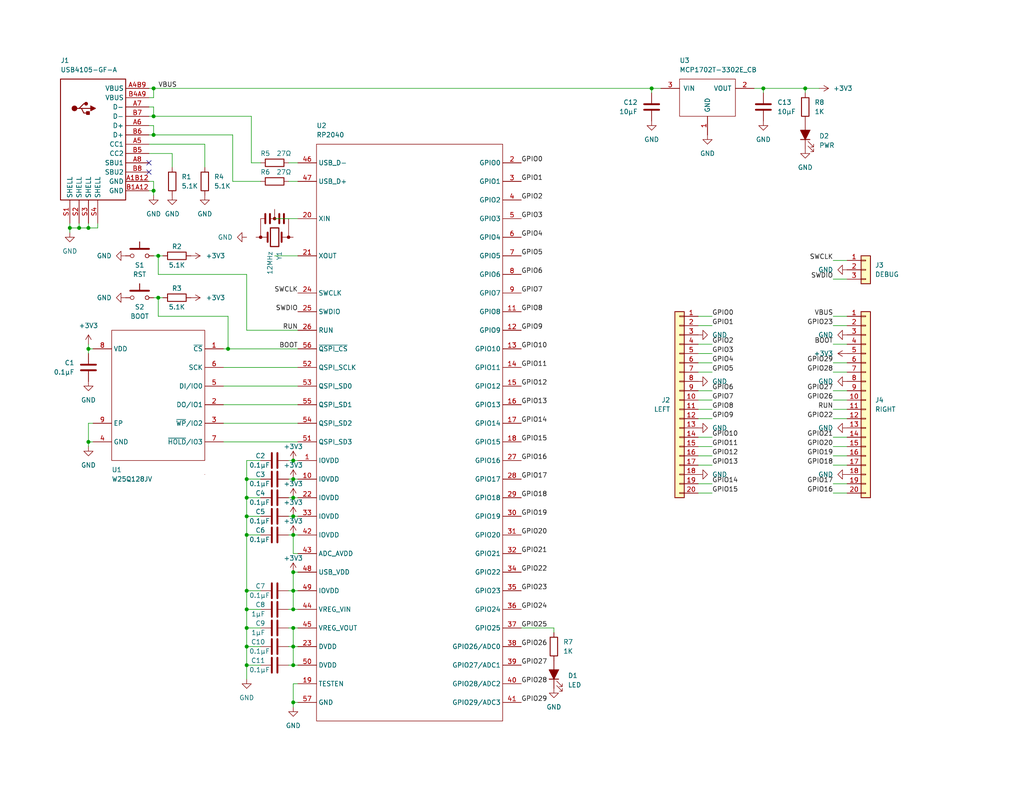
<source format=kicad_sch>
(kicad_sch (version 20211123) (generator eeschema)
  (paper "USLetter")
  (title_block (title "ENGR3430 Miniproject 3") (date "2022-09-22") (company "Olin College of Engineering"))
  (lib_symbols
    (symbol "Connector_Generic:Conn_01x03" (pin_names (offset 1.016) hide)
      (property "Reference" "J" (at 0 5.08 0))
      (property "Value" "Conn_01x03" (at 0 -5.08 0))
      (symbol "Conn_01x03_1_1"
        (rectangle (start -1.27 -2.413) (end 0 -2.667) (stroke (width 0.1524)))
        (rectangle (start -1.27 0.127) (end 0 -0.127) (stroke (width 0.1524)))
        (rectangle (start -1.27 2.667) (end 0 2.413) (stroke (width 0.1524)))
        (rectangle (start -1.27 3.81) (end 1.27 -3.81) (stroke (width 0.254)) (fill (type background)))
        (pin passive line (at -5.08 2.54 0) (length 3.81) (name "Pin_1") (number "1"))
        (pin passive line (at -5.08 0 0) (length 3.81) (name "Pin_2") (number "2"))
        (pin passive line (at -5.08 -2.54 0) (length 3.81) (name "Pin_3") (number "3"))
      )
    )
    (symbol "Connector_Generic:Conn_01x20" (pin_names (offset 1.016) hide)
      (property "Reference" "J" (at 0 25.4 0))
      (property "Value" "Conn_01x20" (at 0 -27.94 0))
      (symbol "Conn_01x20_1_1"
        (rectangle (start -1.27 -25.273) (end 0 -25.527) (stroke (width 0.1524)))
        (rectangle (start -1.27 -22.733) (end 0 -22.987) (stroke (width 0.1524)))
        (rectangle (start -1.27 -20.193) (end 0 -20.447) (stroke (width 0.1524)))
        (rectangle (start -1.27 -17.653) (end 0 -17.907) (stroke (width 0.1524)))
        (rectangle (start -1.27 -15.113) (end 0 -15.367) (stroke (width 0.1524)))
        (rectangle (start -1.27 -12.573) (end 0 -12.827) (stroke (width 0.1524)))
        (rectangle (start -1.27 -10.033) (end 0 -10.287) (stroke (width 0.1524)))
        (rectangle (start -1.27 -7.493) (end 0 -7.747) (stroke (width 0.1524)))
        (rectangle (start -1.27 -4.953) (end 0 -5.207) (stroke (width 0.1524)))
        (rectangle (start -1.27 -2.413) (end 0 -2.667) (stroke (width 0.1524)))
        (rectangle (start -1.27 0.127) (end 0 -0.127) (stroke (width 0.1524)))
        (rectangle (start -1.27 2.667) (end 0 2.413) (stroke (width 0.1524)))
        (rectangle (start -1.27 5.207) (end 0 4.953) (stroke (width 0.1524)))
        (rectangle (start -1.27 7.747) (end 0 7.493) (stroke (width 0.1524)))
        (rectangle (start -1.27 10.287) (end 0 10.033) (stroke (width 0.1524)))
        (rectangle (start -1.27 12.827) (end 0 12.573) (stroke (width 0.1524)))
        (rectangle (start -1.27 15.367) (end 0 15.113) (stroke (width 0.1524)))
        (rectangle (start -1.27 17.907) (end 0 17.653) (stroke (width 0.1524)))
        (rectangle (start -1.27 20.447) (end 0 20.193) (stroke (width 0.1524)))
        (rectangle (start -1.27 22.987) (end 0 22.733) (stroke (width 0.1524)))
        (rectangle (start -1.27 24.13) (end 1.27 -26.67) (stroke (width 0.254)) (fill (type background)))
        (pin passive line (at -5.08 22.86 0) (length 3.81) (name "Pin_1") (number "1"))
        (pin passive line (at -5.08 0 0) (length 3.81) (name "Pin_10") (number "10"))
        (pin passive line (at -5.08 -2.54 0) (length 3.81) (name "Pin_11") (number "11"))
        (pin passive line (at -5.08 -5.08 0) (length 3.81) (name "Pin_12") (number "12"))
        (pin passive line (at -5.08 -7.62 0) (length 3.81) (name "Pin_13") (number "13"))
        (pin passive line (at -5.08 -10.16 0) (length 3.81) (name "Pin_14") (number "14"))
        (pin passive line (at -5.08 -12.7 0) (length 3.81) (name "Pin_15") (number "15"))
        (pin passive line (at -5.08 -15.24 0) (length 3.81) (name "Pin_16") (number "16"))
        (pin passive line (at -5.08 -17.78 0) (length 3.81) (name "Pin_17") (number "17"))
        (pin passive line (at -5.08 -20.32 0) (length 3.81) (name "Pin_18") (number "18"))
        (pin passive line (at -5.08 -22.86 0) (length 3.81) (name "Pin_19") (number "19"))
        (pin passive line (at -5.08 20.32 0) (length 3.81) (name "Pin_2") (number "2"))
        (pin passive line (at -5.08 -25.4 0) (length 3.81) (name "Pin_20") (number "20"))
        (pin passive line (at -5.08 17.78 0) (length 3.81) (name "Pin_3") (number "3"))
        (pin passive line (at -5.08 15.24 0) (length 3.81) (name "Pin_4") (number "4"))
        (pin passive line (at -5.08 12.7 0) (length 3.81) (name "Pin_5") (number "5"))
        (pin passive line (at -5.08 10.16 0) (length 3.81) (name "Pin_6") (number "6"))
        (pin passive line (at -5.08 7.62 0) (length 3.81) (name "Pin_7") (number "7"))
        (pin passive line (at -5.08 5.08 0) (length 3.81) (name "Pin_8") (number "8"))
        (pin passive line (at -5.08 2.54 0) (length 3.81) (name "Pin_9") (number "9"))
      )
    )
    (symbol "Device:C" (pin_numbers hide) (pin_names (offset 0.254))
      (property "Reference" "C" (at 0.635 2.54 0))
      (property "Value" "C" (at 0.635 -2.54 0))
      (symbol "C_0_1"
        (polyline (pts (xy -2.032 -0.762) (xy 2.032 -0.762)) (stroke (width 0.508)))
        (polyline (pts (xy -2.032 0.762) (xy 2.032 0.762)) (stroke (width 0.508)))
      )
      (symbol "C_1_1"
        (pin passive line (at 0 3.81 270) (length 2.794) (name "~") (number "1"))
        (pin passive line (at 0 -3.81 90) (length 2.794) (name "~") (number "2"))
      )
    )
    (symbol "Device:LED_Filled" (pin_numbers hide) (pin_names (offset 1.016) hide)
      (property "Reference" "D" (at 0 2.54 0))
      (property "Value" "LED_Filled" (at 0 -2.54 0))
      (symbol "LED_Filled_0_1"
        (polyline (pts (xy -1.27 -1.27) (xy -1.27 1.27)) (stroke (width 0.254)))
        (polyline (pts (xy -1.27 0) (xy 1.27 0)))
        (polyline (pts (xy 1.27 -1.27) (xy 1.27 1.27) (xy -1.27 0) (xy 1.27 -1.27)) (stroke (width 0.254)) (fill (type outline)))
        (polyline (pts (xy -3.048 -0.762) (xy -4.572 -2.286) (xy -3.81 -2.286) (xy -4.572 -2.286) (xy -4.572 -1.524)))
        (polyline (pts (xy -1.778 -0.762) (xy -3.302 -2.286) (xy -2.54 -2.286) (xy -3.302 -2.286) (xy -3.302 -1.524)))
      )
      (symbol "LED_Filled_1_1"
        (pin passive line (at -3.81 0 0) (length 2.54) (name "K") (number "1"))
        (pin passive line (at 3.81 0 180) (length 2.54) (name "A") (number "2"))
      )
    )
    (symbol "Device:R" (pin_numbers hide) (pin_names (offset 0))
      (property "Reference" "R" (at 2.032 0 90))
      (property "Value" "R" (at 0 0 90))
      (symbol "R_0_1"
        (rectangle (start -1.016 -2.54) (end 1.016 2.54) (stroke (width 0.254)))
      )
      (symbol "R_1_1"
        (pin passive line (at 0 3.81 270) (length 1.27) (name "~") (number "1"))
        (pin passive line (at 0 -3.81 90) (length 1.27) (name "~") (number "2"))
      )
    )
    (symbol "Eclectronics:Crystal" (pin_numbers hide) (pin_names (offset 1.016) hide)
      (property "Reference" "Y" (at 0 7.62 0))
      (property "Value" "Crystal" (at 0 5.08 0))
      (symbol "Crystal_0_1"
        (circle (center -3.81 0) (radius 0.2794) (stroke (width 0.381)))
        (circle (center -3.81 0.127) (radius 0.0001))
        (rectangle (start -1.143 2.54) (end 1.143 -2.54) (stroke (width 0.3048)))
        (circle (center 0 -5.08) (radius 0.2794) (stroke (width 0.381)))
        (polyline (pts (xy -3.81 0) (xy -1.905 0)))
        (polyline (pts (xy -2.54 -3.81) (xy -2.54 -6.35)) (stroke (width 0.508)))
        (polyline (pts (xy -1.905 -1.27) (xy -1.905 1.27)) (stroke (width 0.508)))
        (polyline (pts (xy -1.27 -5.08) (xy 1.27 -5.08)))
        (polyline (pts (xy -1.27 -3.81) (xy -1.27 -6.35)) (stroke (width 0.508)))
        (polyline (pts (xy 0 -6.35) (xy 0 -5.08)))
        (polyline (pts (xy 1.27 -3.81) (xy 1.27 -6.35)) (stroke (width 0.508)))
        (polyline (pts (xy 1.905 -1.27) (xy 1.905 1.27)) (stroke (width 0.508)))
        (polyline (pts (xy 2.54 -3.81) (xy 2.54 -6.35)) (stroke (width 0.508)))
        (polyline (pts (xy 3.81 0) (xy 1.905 0)))
        (polyline (pts (xy -3.81 0) (xy -3.81 -5.08) (xy -2.54 -5.08)))
        (polyline (pts (xy 2.54 -5.08) (xy 3.81 -5.08) (xy 3.81 0)))
        (circle (center 3.81 0) (radius 0.2794) (stroke (width 0.381)))
      )
      (symbol "Crystal_1_1"
        (pin passive line (at -5.08 0 0) (length 1.27) (name "1") (number "1"))
        (pin passive line (at 0 -7.62 90) (length 1.27) (name "2") (number "2"))
        (pin passive line (at 5.08 0 180) (length 1.27) (name "3") (number "3"))
      )
    )
    (symbol "Eclectronics:MCP1702T-3302E_CB" (pin_names (offset 1.016))
      (property "Reference" "U" (at 0 8.89 0))
      (property "Value" "MCP1702T-3302E_CB" (at 0 6.35 0))
      (symbol "MCP1702T-3302E_CB_0_1"
        (rectangle (start 7.62 5.08) (end -7.62 -5.08))
      )
      (symbol "MCP1702T-3302E_CB_1_1"
        (pin input line (at 0 -10.16 90) (length 5.08) (name "GND") (number "1"))
        (pin input line (at 12.7 2.54 180) (length 5.08) (name "VOUT") (number "2"))
        (pin input line (at -12.7 2.54 0) (length 5.08) (name "VIN") (number "3"))
      )
    )
    (symbol "Eclectronics:RP2040"
      (property "Reference" "U" (at -25.4 82.55 0))
      (property "Value" "RP2040" (at -25.4 80.01 0))
      (symbol "RP2040_0_1"
        (rectangle (start -25.4 78.74) (end 25.4 -78.74))
        (rectangle (start 22.86 73.66) (end 22.86 73.66))
        (rectangle (start 22.86 73.66) (end 22.86 73.66))
      )
      (symbol "RP2040_1_1"
        (pin power_in line (at -30.48 -7.62 0) (length 5.08) (name "IOVDD") (number "1"))
        (pin power_in line (at -30.48 -12.7 0) (length 5.08) (name "IOVDD") (number "10"))
        (pin bidirectional line (at 30.48 33.02 180) (length 5.08) (name "GPIO8") (number "11"))
        (pin bidirectional line (at 30.48 27.94 180) (length 5.08) (name "GPIO9") (number "12"))
        (pin bidirectional line (at 30.48 22.86 180) (length 5.08) (name "GPIO10") (number "13"))
        (pin bidirectional line (at 30.48 17.78 180) (length 5.08) (name "GPIO11") (number "14"))
        (pin bidirectional line (at 30.48 12.7 180) (length 5.08) (name "GPIO12") (number "15"))
        (pin bidirectional line (at 30.48 7.62 180) (length 5.08) (name "GPIO13") (number "16"))
        (pin bidirectional line (at 30.48 2.54 180) (length 5.08) (name "GPIO14") (number "17"))
        (pin bidirectional line (at 30.48 -2.54 180) (length 5.08) (name "GPIO15") (number "18"))
        (pin input line (at -30.48 -68.58 0) (length 5.08) (name "TESTEN") (number "19"))
        (pin bidirectional line (at 30.48 73.66 180) (length 5.08) (name "GPIO0") (number "2"))
        (pin bidirectional line (at -30.48 58.42 0) (length 5.08) (name "XIN") (number "20"))
        (pin bidirectional line (at -30.48 48.26 0) (length 5.08) (name "XOUT") (number "21"))
        (pin power_in line (at -30.48 -17.78 0) (length 5.08) (name "IOVDD") (number "22"))
        (pin power_in line (at -30.48 -58.42 0) (length 5.08) (name "DVDD") (number "23"))
        (pin bidirectional line (at -30.48 38.1 0) (length 5.08) (name "SWCLK") (number "24"))
        (pin bidirectional line (at -30.48 33.02 0) (length 5.08) (name "SWDIO") (number "25"))
        (pin bidirectional line (at -30.48 27.94 0) (length 5.08) (name "RUN") (number "26"))
        (pin bidirectional line (at 30.48 -7.62 180) (length 5.08) (name "GPIO16") (number "27"))
        (pin bidirectional line (at 30.48 -12.7 180) (length 5.08) (name "GPIO17") (number "28"))
        (pin bidirectional line (at 30.48 -17.78 180) (length 5.08) (name "GPIO18") (number "29"))
        (pin bidirectional line (at 30.48 68.58 180) (length 5.08) (name "GPIO1") (number "3"))
        (pin bidirectional line (at 30.48 -22.86 180) (length 5.08) (name "GPIO19") (number "30"))
        (pin bidirectional line (at 30.48 -27.94 180) (length 5.08) (name "GPIO20") (number "31"))
        (pin bidirectional line (at 30.48 -33.02 180) (length 5.08) (name "GPIO21") (number "32"))
        (pin power_in line (at -30.48 -22.86 0) (length 5.08) (name "IOVDD") (number "33"))
        (pin bidirectional line (at 30.48 -38.1 180) (length 5.08) (name "GPIO22") (number "34"))
        (pin bidirectional line (at 30.48 -43.18 180) (length 5.08) (name "GPIO23") (number "35"))
        (pin bidirectional line (at 30.48 -48.26 180) (length 5.08) (name "GPIO24") (number "36"))
        (pin bidirectional line (at 30.48 -53.34 180) (length 5.08) (name "GPIO25") (number "37"))
        (pin bidirectional line (at 30.48 -58.42 180) (length 5.08) (name "GPIO26/ADC0") (number "38"))
        (pin bidirectional line (at 30.48 -63.5 180) (length 5.08) (name "GPIO27/ADC1") (number "39"))
        (pin bidirectional line (at 30.48 63.5 180) (length 5.08) (name "GPIO2") (number "4"))
        (pin bidirectional line (at 30.48 -68.58 180) (length 5.08) (name "GPIO28/ADC2") (number "40"))
        (pin bidirectional line (at 30.48 -73.66 180) (length 5.08) (name "GPIO29/ADC3") (number "41"))
        (pin power_in line (at -30.48 -27.94 0) (length 5.08) (name "IOVDD") (number "42"))
        (pin power_in line (at -30.48 -33.02 0) (length 5.08) (name "ADC_AVDD") (number "43"))
        (pin power_in line (at -30.48 -48.26 0) (length 5.08) (name "VREG_VIN") (number "44"))
        (pin power_out line (at -30.48 -53.34 0) (length 5.08) (name "VREG_VOUT") (number "45"))
        (pin bidirectional line (at -30.48 73.66 0) (length 5.08) (name "USB_D-") (number "46"))
        (pin bidirectional line (at -30.48 68.58 0) (length 5.08) (name "USB_D+") (number "47"))
        (pin power_in line (at -30.48 -38.1 0) (length 5.08) (name "USB_VDD") (number "48"))
        (pin power_in line (at -30.48 -43.18 0) (length 5.08) (name "IOVDD") (number "49"))
        (pin bidirectional line (at 30.48 58.42 180) (length 5.08) (name "GPIO3") (number "5"))
        (pin power_in line (at -30.48 -63.5 0) (length 5.08) (name "DVDD") (number "50"))
        (pin bidirectional line (at -30.48 -2.54 0) (length 5.08) (name "QSPI_SD3") (number "51"))
        (pin bidirectional line (at -30.48 17.78 0) (length 5.08) (name "QSPI_SCLK") (number "52"))
        (pin bidirectional line (at -30.48 12.7 0) (length 5.08) (name "QSPI_SD0") (number "53"))
        (pin bidirectional line (at -30.48 2.54 0) (length 5.08) (name "QSPI_SD2") (number "54"))
        (pin bidirectional line (at -30.48 7.62 0) (length 5.08) (name "QSPI_SD1") (number "55"))
        (pin bidirectional line (at -30.48 22.86 0) (length 5.08) (name "~{QSPI_CS}") (number "56"))
        (pin power_in line (at -30.48 -73.66 0) (length 5.08) (name "GND") (number "57"))
        (pin bidirectional line (at 30.48 53.34 180) (length 5.08) (name "GPIO4") (number "6"))
        (pin bidirectional line (at 30.48 48.26 180) (length 5.08) (name "GPIO5") (number "7"))
        (pin bidirectional line (at 30.48 43.18 180) (length 5.08) (name "GPIO6") (number "8"))
        (pin bidirectional line (at 30.48 38.1 180) (length 5.08) (name "GPIO7") (number "9"))
      )
    )
    (symbol "Eclectronics:SW" (pin_numbers hide) (pin_names (offset 1.016) hide)
      (property "Reference" "S" (at 1.27 2.54 0))
      (property "Value" "SW" (at 1.27 -2.54 0))
      (symbol "SW_0_1"
        (circle (center 0 -2.032) (radius 0.508))
        (polyline (pts (xy -1.905 -2.54) (xy -1.905 2.54)) (stroke (width 0.508)))
        (polyline (pts (xy -1.905 0) (xy -3.81 0)) (stroke (width 0.254)))
        (circle (center 0 2.032) (radius 0.508))
        (circle (center 0 2.032) (radius 0.508))
      )
      (symbol "SW_1_1"
        (pin input line (at 0 -3.81 90) (length 1.27) (name "1") (number "1"))
        (pin input line (at 0 3.81 270) (length 1.27) (name "2") (number "2"))
      )
    )
    (symbol "Eclectronics:USB4105-GF-A"
      (property "Reference" "J" (at -8.89 20.32 0))
      (property "Value" "USB4105-GF-A" (at -8.89 17.78 0))
      (symbol "USB4105-GF-A_0_1"
        (rectangle (start -8.89 16.51) (end 8.89 -16.51) (stroke (width 0.254)))
        (circle (center -5.08 8.509) (radius 0.635) (stroke (width 0.254)) (fill (type outline)))
        (circle (center -1.905 9.779) (radius 0.381) (stroke (width 0.254)) (fill (type outline)))
        (rectangle (start -1.016 7.62) (end -1.778 6.858) (stroke (width 0.254)) (fill (type outline)))
        (polyline (pts (xy -3.175 8.509) (xy -0.635 8.509)) (stroke (width 0.254)))
        (polyline (pts (xy -4.445 8.509) (xy -3.81 8.509) (xy -2.54 9.779) (xy -1.905 9.779)) (stroke (width 0.254)))
        (polyline (pts (xy -3.81 8.509) (xy -3.175 8.509) (xy -2.54 7.239) (xy -1.27 7.239)) (stroke (width 0.254)))
        (polyline (pts (xy -0.635 9.144) (xy -0.635 7.874) (xy 0.635 8.509) (xy -0.635 9.144)) (stroke (width 0.254)) (fill (type outline)))
      )
      (symbol "USB4105-GF-A_1_1"
        (pin power_in line (at 15.24 -11.43 180) (length 6.35) (name "GND") (number "A1B12"))
        (pin power_in line (at 15.24 13.97 180) (length 6.35) (name "VBUS") (number "A4B9"))
        (pin bidirectional line (at 15.24 -1.27 180) (length 6.35) (name "CC1") (number "A5"))
        (pin bidirectional line (at 15.24 3.81 180) (length 6.35) (name "D+") (number "A6"))
        (pin bidirectional line (at 15.24 8.89 180) (length 6.35) (name "D-") (number "A7"))
        (pin bidirectional line (at 15.24 -6.35 180) (length 6.35) (name "SBU1") (number "A8"))
        (pin power_in line (at 15.24 -13.97 180) (length 6.35) (name "GND") (number "B1A12"))
        (pin power_in line (at 15.24 11.43 180) (length 6.35) (name "VBUS") (number "B4A9"))
        (pin bidirectional line (at 15.24 -3.81 180) (length 6.35) (name "CC2") (number "B5"))
        (pin bidirectional line (at 15.24 1.27 180) (length 6.35) (name "D+") (number "B6"))
        (pin bidirectional line (at 15.24 6.35 180) (length 6.35) (name "D-") (number "B7"))
        (pin bidirectional line (at 15.24 -8.89 180) (length 6.35) (name "SBU2") (number "B8"))
        (pin power_in line (at -6.35 -22.86 90) (length 6.35) (name "SHELL") (number "S1"))
        (pin power_in line (at -3.81 -22.86 90) (length 6.35) (name "SHELL") (number "S2"))
        (pin power_in line (at -1.27 -22.86 90) (length 6.35) (name "SHELL") (number "S3"))
        (pin power_in line (at 1.27 -22.86 90) (length 6.35) (name "SHELL") (number "S4"))
      )
    )
    (symbol "Eclectronics:W25Q128JV"
      (property "Reference" "U" (at -12.7 21.59 0))
      (property "Value" "W25Q128JV" (at -12.7 19.05 0))
      (symbol "W25Q128JV_0_1"
        (rectangle (start -12.7 17.78) (end 12.7 -17.78))
        (rectangle (start 12.7 -21.59) (end 12.7 -21.59))
      )
      (symbol "W25Q128JV_1_1"
        (pin input line (at 17.78 12.7 180) (length 5.08) (name "~{CS}") (number "1"))
        (pin bidirectional line (at 17.78 -2.54 180) (length 5.08) (name "DO/IO1") (number "2"))
        (pin bidirectional line (at 17.78 -7.62 180) (length 5.08) (name "~{WP}/IO2") (number "3"))
        (pin power_in line (at -17.78 -12.7 0) (length 5.08) (name "GND") (number "4"))
        (pin bidirectional line (at 17.78 2.54 180) (length 5.08) (name "DI/IO0") (number "5"))
        (pin input line (at 17.78 7.62 180) (length 5.08) (name "SCK") (number "6"))
        (pin bidirectional line (at 17.78 -12.7 180) (length 5.08) (name "~{HOLD}/IO3") (number "7"))
        (pin power_in line (at -17.78 12.7 0) (length 5.08) (name "VDD") (number "8"))
        (pin power_in line (at -17.78 -7.62 0) (length 5.08) (name "EP") (number "9"))
      )
    )
    (symbol "power:+3V3" (power) (pin_names (offset 0))
      (property "Value" "+3V3" (at 0 3.556 0))
      (symbol "+3V3_0_1"
        (polyline (pts (xy -0.762 1.27) (xy 0 2.54)))
        (polyline (pts (xy 0 0) (xy 0 2.54)))
        (polyline (pts (xy 0 2.54) (xy 0.762 1.27)))
      )
      (symbol "+3V3_1_1"
        (pin power_in line (at 0 0 90) (length 0) hide (name "+3V3") (number "1"))
      )
    )
    (symbol "power:GND" (power) (pin_names (offset 0))
      (property "Value" "GND" (at 0 -3.81 0))
      (symbol "GND_0_1"
        (polyline (pts (xy 0 0) (xy 0 -1.27) (xy 1.27 -1.27) (xy 0 -2.54) (xy -1.27 -1.27) (xy 0 -1.27)))
      )
      (symbol "GND_1_1"
        (pin power_in line (at 0 0 270) (length 0) hide (name "GND") (number "1"))
      )
    )
  )
  (junction (at 67.31 130.81))
  (junction (at 67.31 146.05))
  (junction (at 80.01 125.73))
  (junction (at 67.31 171.45))
  (junction (at 80.01 156.21))
  (junction (at 41.91 36.83))
  (junction (at 19.05 62.23))
  (junction (at 80.01 176.53))
  (junction (at 41.91 52.07))
  (junction (at 219.71 24.13))
  (junction (at 67.31 161.29))
  (junction (at 80.01 166.37))
  (junction (at 80.01 135.89))
  (junction (at 80.01 140.97))
  (junction (at 67.31 140.97))
  (junction (at 80.01 191.77))
  (junction (at 80.01 171.45))
  (junction (at 208.28 24.13))
  (junction (at 21.59 62.23))
  (junction (at 80.01 181.61))
  (junction (at 67.31 176.53))
  (junction (at 80.01 161.29))
  (junction (at 43.18 69.85))
  (junction (at 80.01 146.05))
  (junction (at 24.13 120.65))
  (junction (at 41.91 24.13))
  (junction (at 43.18 81.28))
  (junction (at 62.23 95.25))
  (junction (at 177.8 24.13))
  (junction (at 24.13 95.25))
  (junction (at 67.31 181.61))
  (junction (at 24.13 62.23))
  (junction (at 41.91 31.75))
  (junction (at 67.31 166.37))
  (junction (at 80.01 130.81))
  (junction (at 67.31 135.89))
  (no_connect (at 40.64 46.99))
  (no_connect (at 40.64 44.45))
  (wire (pts (xy 78.74 146.05) (xy 80.01 146.05)))
  (wire (pts (xy 67.31 130.81) (xy 71.12 130.81)))
  (wire (pts (xy 78.74 140.97) (xy 80.01 140.97)))
  (wire (pts (xy 194.31 127) (xy 190.5 127)))
  (wire (pts (xy 67.31 146.05) (xy 67.31 140.97)))
  (wire (pts (xy 227.33 127) (xy 231.14 127)))
  (wire (pts (xy 40.64 36.83) (xy 41.91 36.83)))
  (wire (pts (xy 68.58 31.75) (xy 68.58 44.45)))
  (wire (pts (xy 41.91 36.83) (xy 63.5 36.83)))
  (wire (pts (xy 80.01 166.37) (xy 81.28 166.37)))
  (wire (pts (xy 68.58 44.45) (xy 71.12 44.45)))
  (wire (pts (xy 227.33 119.38) (xy 231.14 119.38)))
  (wire (pts (xy 177.8 24.13) (xy 180.34 24.13)))
  (wire (pts (xy 62.23 86.36) (xy 62.23 95.25)))
  (wire (pts (xy 24.13 62.23) (xy 26.67 62.23)))
  (wire (pts (xy 67.31 166.37) (xy 67.31 161.29)))
  (wire (pts (xy 67.31 161.29) (xy 71.12 161.29)))
  (wire (pts (xy 19.05 60.96) (xy 19.05 62.23)))
  (wire (pts (xy 43.18 86.36) (xy 62.23 86.36)))
  (wire (pts (xy 194.31 86.36) (xy 190.5 86.36)))
  (wire (pts (xy 227.33 124.46) (xy 231.14 124.46)))
  (wire (pts (xy 41.91 49.53) (xy 41.91 52.07)))
  (wire (pts (xy 80.01 146.05) (xy 81.28 146.05)))
  (wire (pts (xy 208.28 24.13) (xy 219.71 24.13)))
  (wire (pts (xy 41.91 36.83) (xy 41.91 34.29)))
  (wire (pts (xy 227.33 106.68) (xy 231.14 106.68)))
  (wire (pts (xy 80.01 171.45) (xy 80.01 176.53)))
  (wire (pts (xy 40.64 29.21) (xy 41.91 29.21)))
  (wire (pts (xy 190.5 93.98) (xy 194.31 93.98)))
  (wire (pts (xy 67.31 130.81) (xy 67.31 125.73)))
  (wire (pts (xy 41.91 24.13) (xy 177.8 24.13)))
  (wire (pts (xy 67.31 135.89) (xy 67.31 130.81)))
  (wire (pts (xy 78.74 44.45) (xy 81.28 44.45)))
  (wire (pts (xy 80.01 161.29) (xy 81.28 161.29)))
  (wire (pts (xy 194.31 109.22) (xy 190.5 109.22)))
  (wire (pts (xy 55.88 39.37) (xy 55.88 45.72)))
  (wire (pts (xy 80.01 151.13) (xy 81.28 151.13)))
  (wire (pts (xy 177.8 25.4) (xy 177.8 24.13)))
  (wire (pts (xy 78.74 161.29) (xy 80.01 161.29)))
  (wire (pts (xy 78.74 171.45) (xy 80.01 171.45)))
  (wire (pts (xy 67.31 140.97) (xy 67.31 135.89)))
  (wire (pts (xy 67.31 146.05) (xy 71.12 146.05)))
  (wire (pts (xy 227.33 71.12) (xy 231.14 71.12)))
  (wire (pts (xy 60.96 95.25) (xy 62.23 95.25)))
  (wire (pts (xy 41.91 52.07) (xy 41.91 53.34)))
  (wire (pts (xy 190.5 99.06) (xy 194.31 99.06)))
  (wire (pts (xy 67.31 90.17) (xy 81.28 90.17)))
  (wire (pts (xy 80.01 176.53) (xy 80.01 181.61)))
  (wire (pts (xy 81.28 125.73) (xy 80.01 125.73)))
  (wire (pts (xy 46.99 41.91) (xy 46.99 45.72)))
  (wire (pts (xy 24.13 96.52) (xy 24.13 95.25)))
  (wire (pts (xy 24.13 115.57) (xy 24.13 120.65)))
  (wire (pts (xy 78.74 166.37) (xy 80.01 166.37)))
  (wire (pts (xy 43.18 81.28) (xy 44.45 81.28)))
  (wire (pts (xy 63.5 49.53) (xy 71.12 49.53)))
  (wire (pts (xy 194.31 132.08) (xy 190.5 132.08)))
  (wire (pts (xy 227.33 111.76) (xy 231.14 111.76)))
  (wire (pts (xy 227.33 88.9) (xy 231.14 88.9)))
  (wire (pts (xy 80.01 156.21) (xy 80.01 161.29)))
  (wire (pts (xy 81.28 171.45) (xy 80.01 171.45)))
  (wire (pts (xy 78.74 176.53) (xy 80.01 176.53)))
  (wire (pts (xy 40.64 39.37) (xy 55.88 39.37)))
  (wire (pts (xy 205.74 24.13) (xy 208.28 24.13)))
  (wire (pts (xy 41.91 81.28) (xy 43.18 81.28)))
  (wire (pts (xy 190.5 101.6) (xy 194.31 101.6)))
  (wire (pts (xy 227.33 76.2) (xy 231.14 76.2)))
  (wire (pts (xy 24.13 93.98) (xy 24.13 95.25)))
  (wire (pts (xy 60.96 115.57) (xy 81.28 115.57)))
  (wire (pts (xy 21.59 60.96) (xy 21.59 62.23)))
  (wire (pts (xy 25.4 120.65) (xy 24.13 120.65)))
  (wire (pts (xy 80.01 156.21) (xy 81.28 156.21)))
  (wire (pts (xy 194.31 111.76) (xy 190.5 111.76)))
  (wire (pts (xy 41.91 69.85) (xy 43.18 69.85)))
  (wire (pts (xy 80.01 181.61) (xy 81.28 181.61)))
  (wire (pts (xy 41.91 24.13) (xy 41.91 26.67)))
  (wire (pts (xy 41.91 26.67) (xy 40.64 26.67)))
  (wire (pts (xy 41.91 31.75) (xy 68.58 31.75)))
  (wire (pts (xy 67.31 125.73) (xy 71.12 125.73)))
  (wire (pts (xy 81.28 186.69) (xy 80.01 186.69)))
  (wire (pts (xy 67.31 176.53) (xy 71.12 176.53)))
  (wire (pts (xy 41.91 34.29) (xy 40.64 34.29)))
  (wire (pts (xy 67.31 171.45) (xy 67.31 166.37)))
  (wire (pts (xy 219.71 24.13) (xy 223.52 24.13)))
  (wire (pts (xy 80.01 176.53) (xy 81.28 176.53)))
  (wire (pts (xy 41.91 31.75) (xy 40.64 31.75)))
  (wire (pts (xy 21.59 62.23) (xy 24.13 62.23)))
  (wire (pts (xy 63.5 36.83) (xy 63.5 49.53)))
  (wire (pts (xy 227.33 114.3) (xy 231.14 114.3)))
  (wire (pts (xy 24.13 120.65) (xy 24.13 121.92)))
  (wire (pts (xy 19.05 62.23) (xy 21.59 62.23)))
  (wire (pts (xy 142.24 171.45) (xy 151.13 171.45)))
  (wire (pts (xy 62.23 95.25) (xy 81.28 95.25)))
  (wire (pts (xy 80.01 146.05) (xy 80.01 151.13)))
  (wire (pts (xy 227.33 132.08) (xy 231.14 132.08)))
  (wire (pts (xy 80.01 186.69) (xy 80.01 191.77)))
  (wire (pts (xy 40.64 49.53) (xy 41.91 49.53)))
  (wire (pts (xy 227.33 86.36) (xy 231.14 86.36)))
  (wire (pts (xy 151.13 172.72) (xy 151.13 171.45)))
  (wire (pts (xy 80.01 135.89) (xy 81.28 135.89)))
  (wire (pts (xy 67.31 181.61) (xy 71.12 181.61)))
  (wire (pts (xy 194.31 119.38) (xy 190.5 119.38)))
  (wire (pts (xy 60.96 100.33) (xy 81.28 100.33)))
  (wire (pts (xy 227.33 93.98) (xy 231.14 93.98)))
  (wire (pts (xy 67.31 166.37) (xy 71.12 166.37)))
  (wire (pts (xy 194.31 106.68) (xy 190.5 106.68)))
  (wire (pts (xy 19.05 63.5) (xy 19.05 62.23)))
  (wire (pts (xy 60.96 110.49) (xy 81.28 110.49)))
  (wire (pts (xy 41.91 29.21) (xy 41.91 31.75)))
  (wire (pts (xy 41.91 52.07) (xy 40.64 52.07)))
  (wire (pts (xy 24.13 60.96) (xy 24.13 62.23)))
  (wire (pts (xy 67.31 171.45) (xy 71.12 171.45)))
  (wire (pts (xy 60.96 120.65) (xy 81.28 120.65)))
  (wire (pts (xy 26.67 62.23) (xy 26.67 60.96)))
  (wire (pts (xy 24.13 95.25) (xy 25.4 95.25)))
  (wire (pts (xy 43.18 74.93) (xy 67.31 74.93)))
  (wire (pts (xy 78.74 135.89) (xy 80.01 135.89)))
  (wire (pts (xy 208.28 24.13) (xy 208.28 25.4)))
  (wire (pts (xy 80.01 161.29) (xy 80.01 166.37)))
  (wire (pts (xy 81.28 191.77) (xy 80.01 191.77)))
  (wire (pts (xy 43.18 69.85) (xy 44.45 69.85)))
  (wire (pts (xy 80.01 130.81) (xy 81.28 130.81)))
  (wire (pts (xy 43.18 69.85) (xy 43.18 74.93)))
  (wire (pts (xy 194.31 114.3) (xy 190.5 114.3)))
  (wire (pts (xy 40.64 24.13) (xy 41.91 24.13)))
  (wire (pts (xy 74.93 59.69) (xy 81.28 59.69)))
  (wire (pts (xy 67.31 185.42) (xy 67.31 181.61)))
  (wire (pts (xy 227.33 121.92) (xy 231.14 121.92)))
  (wire (pts (xy 60.96 105.41) (xy 81.28 105.41)))
  (wire (pts (xy 219.71 24.13) (xy 219.71 25.4)))
  (wire (pts (xy 227.33 134.62) (xy 231.14 134.62)))
  (wire (pts (xy 78.74 130.81) (xy 80.01 130.81)))
  (wire (pts (xy 43.18 81.28) (xy 43.18 86.36)))
  (wire (pts (xy 194.31 134.62) (xy 190.5 134.62)))
  (wire (pts (xy 25.4 115.57) (xy 24.13 115.57)))
  (wire (pts (xy 227.33 101.6) (xy 231.14 101.6)))
  (wire (pts (xy 194.31 124.46) (xy 190.5 124.46)))
  (wire (pts (xy 67.31 146.05) (xy 67.31 161.29)))
  (wire (pts (xy 194.31 88.9) (xy 190.5 88.9)))
  (wire (pts (xy 78.74 49.53) (xy 81.28 49.53)))
  (wire (pts (xy 80.01 140.97) (xy 81.28 140.97)))
  (wire (pts (xy 67.31 74.93) (xy 67.31 90.17)))
  (wire (pts (xy 194.31 121.92) (xy 190.5 121.92)))
  (wire (pts (xy 74.93 69.85) (xy 81.28 69.85)))
  (wire (pts (xy 190.5 96.52) (xy 194.31 96.52)))
  (wire (pts (xy 40.64 41.91) (xy 46.99 41.91)))
  (wire (pts (xy 227.33 109.22) (xy 231.14 109.22)))
  (wire (pts (xy 67.31 176.53) (xy 67.31 171.45)))
  (wire (pts (xy 78.74 181.61) (xy 80.01 181.61)))
  (wire (pts (xy 80.01 191.77) (xy 80.01 193.04)))
  (wire (pts (xy 67.31 135.89) (xy 71.12 135.89)))
  (wire (pts (xy 67.31 140.97) (xy 71.12 140.97)))
  (wire (pts (xy 67.31 181.61) (xy 67.31 176.53)))
  (wire (pts (xy 227.33 99.06) (xy 231.14 99.06)))
  (wire (pts (xy 78.74 125.73) (xy 80.01 125.73)))
  (label "GPIO9" (at 194.31 114.3 0))
  (label "GPIO21" (at 142.24 151.13 0))
  (label "GPIO6" (at 194.31 106.68 0))
  (label "GPIO17" (at 142.24 130.81 0))
  (label "GPIO14" (at 194.31 132.08 0))
  (label "GPIO16" (at 142.24 125.73 0))
  (label "GPIO3" (at 194.31 96.52 0))
  (label "GPIO12" (at 142.24 105.41 0))
  (label "GPIO23" (at 227.33 88.9 180))
  (label "GPIO17" (at 227.33 132.08 180))
  (label "GPIO27" (at 227.33 106.68 180))
  (label "GPIO21" (at 227.33 119.38 180))
  (label "GPIO4" (at 142.24 64.77 0))
  (label "GPIO28" (at 227.33 101.6 180))
  (label "RUN" (at 81.28 90.17 180))
  (label "GPIO10" (at 142.24 95.25 0))
  (label "GPIO13" (at 194.31 127 0))
  (label "SWDIO" (at 81.28 85.09 180))
  (label "GPIO29" (at 227.33 99.06 180))
  (label "GPIO6" (at 142.24 74.93 0))
  (label "SWCLK" (at 81.28 80.01 180))
  (label "GPIO28" (at 142.24 186.69 0))
  (label "GPIO24" (at 142.24 166.37 0))
  (label "GPIO27" (at 142.24 181.61 0))
  (label "GPIO19" (at 227.33 124.46 180))
  (label "GPIO15" (at 194.31 134.62 0))
  (label "GPIO26" (at 142.24 176.53 0))
  (label "GPIO0" (at 194.31 86.36 0))
  (label "GPIO1" (at 194.31 88.9 0))
  (label "SWDIO" (at 227.33 76.2 180))
  (label "GPIO4" (at 194.31 99.06 0))
  (label "GPIO7" (at 194.31 109.22 0))
  (label "GPIO1" (at 142.24 49.53 0))
  (label "GPIO12" (at 194.31 124.46 0))
  (label "GPIO25" (at 142.24 171.45 0))
  (label "GPIO9" (at 142.24 90.17 0))
  (label "GPIO0" (at 142.24 44.45 0))
  (label "GPIO14" (at 142.24 115.57 0))
  (label "GPIO18" (at 142.24 135.89 0))
  (label "GPIO15" (at 142.24 120.65 0))
  (label "VBUS" (at 43.18 24.13 0))
  (label "GPIO16" (at 227.33 134.62 180))
  (label "BOOT" (at 81.28 95.25 180))
  (label "GPIO10" (at 194.31 119.38 0))
  (label "GPIO11" (at 194.31 121.92 0))
  (label "GPIO13" (at 142.24 110.49 0))
  (label "GPIO5" (at 194.31 101.6 0))
  (label "GPIO20" (at 142.24 146.05 0))
  (label "GPIO8" (at 142.24 85.09 0))
  (label "GPIO11" (at 142.24 100.33 0))
  (label "BOOT" (at 227.33 93.98 180))
  (label "RUN" (at 227.33 111.76 180))
  (label "VBUS" (at 227.33 86.36 180))
  (label "GPIO2" (at 142.24 54.61 0))
  (label "GPIO22" (at 227.33 114.3 180))
  (label "GPIO19" (at 142.24 140.97 0))
  (label "GPIO29" (at 142.24 191.77 0))
  (label "GPIO2" (at 194.31 93.98 0))
  (label "GPIO26" (at 227.33 109.22 180))
  (label "GPIO18" (at 227.33 127 180))
  (label "GPIO5" (at 142.24 69.85 0))
  (label "SWCLK" (at 227.33 71.12 180))
  (label "GPIO3" (at 142.24 59.69 0))
  (label "GPIO7" (at 142.24 80.01 0))
  (label "GPIO8" (at 194.31 111.76 0))
  (label "GPIO20" (at 227.33 121.92 180))
  (label "GPIO23" (at 142.24 161.29 0))
  (label "GPIO22" (at 142.24 156.21 0))
  (symbol (lib_id "Connector_Generic:Conn_01x20") (at 236.22 109.22 0) (unit 1)
    (property "Reference" "J4" (at 238.76 109.2199 0) (effects (justify left)))
    (property "Value" "RIGHT" (at 238.76 111.7599 0) (effects (justify left)))
    (property "Footprint" "Connector_PinHeader_2.54mm:PinHeader_1x20_P2.54mm_Vertical" (effects hide))
  )
  (symbol (lib_id "Connector_Generic:Conn_01x03") (at 236.22 73.66 0) (unit 1)
    (property "Reference" "J3" (at 238.76 72.3899 0) (effects (justify left)))
    (property "Value" "DEBUG" (at 238.76 74.9299 0) (effects (justify left)))
    (property "Footprint" "Connector_PinHeader_2.54mm:PinHeader_1x03_P2.54mm_Vertical" (effects hide))
  )
  (symbol (lib_id "power:GND") (at 190.5 129.54 90) (unit 1)
    (property "Reference" "#PWR022" (effects hide))
    (property "Value" "GND" (at 194.31 129.5399 90) (effects (justify right)))
  )
  (symbol (lib_id "power:GND") (at 34.29 81.28 270) (unit 1)
    (property "Reference" "#PWR06" (effects hide))
    (property "Value" "GND" (at 30.48 81.2799 90) (effects (justify right)))
  )
  (symbol (lib_id "power:GND") (at 19.05 63.5 0) (unit 1)
    (property "Reference" "#PWR01" (effects hide))
    (property "Value" "GND" (at 19.05 68.58 0))
  )
  (symbol (lib_id "power:+3V3") (at 80.01 135.89 0) (unit 1)
    (property "Reference" "#PWR0104" (effects hide))
    (property "Value" "+3V3" (at 80.01 132.08 0))
  )
  (symbol (lib_id "Device:R") (at 74.93 49.53 90) (unit 1)
    (property "Reference" "R6" (at 72.39 46.99 90))
    (property "Value" "27Ω" (at 77.47 46.99 90))
    (property "Footprint" "Resistor_SMD:R_0603_1608Metric" (effects hide))
  )
  (symbol (lib_id "power:GND") (at 231.14 73.66 270) (unit 1)
    (property "Reference" "#PWR026" (effects hide))
    (property "Value" "GND" (at 227.33 73.6599 90) (effects (justify right)))
  )
  (symbol (lib_id "Eclectronics:SW") (at 38.1 69.85 270) (unit 1)
    (property "Reference" "S1" (at 38.1 72.39 90))
    (property "Value" "RST" (at 38.1 74.93 90))
    (property "Footprint" "Eclectronics:TL3301AFxxxxJ" (effects hide))
  )
  (symbol (lib_id "Device:C") (at 74.93 140.97 270) (unit 1)
    (property "Reference" "C5" (at 72.39 139.7 90) (effects (justify right)))
    (property "Value" "0.1µF" (at 73.66 142.24 90) (effects (justify right)))
    (property "Footprint" "Capacitor_SMD:C_0603_1608Metric" (effects hide))
  )
  (symbol (lib_id "Device:C") (at 74.93 176.53 270) (unit 1)
    (property "Reference" "C10" (at 72.39 175.26 90) (effects (justify right)))
    (property "Value" "0.1µF" (at 73.66 177.8 90) (effects (justify right)))
    (property "Footprint" "Capacitor_SMD:C_0603_1608Metric" (effects hide))
  )
  (symbol (lib_id "Device:C") (at 24.13 100.33 0) (mirror x) (unit 1)
    (property "Reference" "C1" (at 20.32 99.0599 0) (effects (justify right)))
    (property "Value" "0.1µF" (at 20.32 101.5999 0) (effects (justify right)))
    (property "Footprint" "Capacitor_SMD:C_0603_1608Metric" (effects hide))
  )
  (symbol (lib_id "power:GND") (at 46.99 53.34 0) (unit 1)
    (property "Reference" "#PWR08" (effects hide))
    (property "Value" "GND" (at 46.99 58.42 0))
  )
  (symbol (lib_id "power:GND") (at 193.04 36.83 0) (unit 1)
    (property "Reference" "#PWR018" (effects hide))
    (property "Value" "GND" (at 193.04 41.91 0))
  )
  (symbol (lib_id "Device:C") (at 74.93 146.05 270) (unit 1)
    (property "Reference" "C6" (at 72.39 144.78 90) (effects (justify right)))
    (property "Value" "0.1µF" (at 73.66 147.32 90) (effects (justify right)))
    (property "Footprint" "Capacitor_SMD:C_0603_1608Metric" (effects hide))
  )
  (symbol (lib_id "Device:R") (at 48.26 69.85 90) (unit 1)
    (property "Reference" "R2" (at 48.26 67.31 90))
    (property "Value" "5.1K" (at 48.26 72.39 90))
    (property "Footprint" "Resistor_SMD:R_0603_1608Metric" (effects hide))
  )
  (symbol (lib_id "power:GND") (at 190.5 116.84 90) (unit 1)
    (property "Reference" "#PWR021" (effects hide))
    (property "Value" "GND" (at 194.31 116.8399 90) (effects (justify right)))
  )
  (symbol (lib_id "Eclectronics:SW") (at 38.1 81.28 270) (unit 1)
    (property "Reference" "S2" (at 38.1 83.82 90))
    (property "Value" "BOOT" (at 38.1 86.36 90))
    (property "Footprint" "Eclectronics:TL3301AFxxxxJ" (effects hide))
  )
  (symbol (lib_id "power:+3V3") (at 223.52 24.13 270) (unit 1)
    (property "Reference" "#PWR025" (effects hide))
    (property "Value" "+3V3" (at 227.33 24.1299 90) (effects (justify left)))
  )
  (symbol (lib_id "power:+3V3") (at 80.01 130.81 0) (unit 1)
    (property "Reference" "#PWR0103" (effects hide))
    (property "Value" "+3V3" (at 80.01 127 0))
  )
  (symbol (lib_id "power:GND") (at 208.28 33.02 0) (unit 1)
    (property "Reference" "#PWR023" (effects hide))
    (property "Value" "GND" (at 208.28 38.1 0))
  )
  (symbol (lib_id "power:GND") (at 24.13 104.14 0) (unit 1)
    (property "Reference" "#PWR03" (effects hide))
    (property "Value" "GND" (at 24.13 109.22 0))
  )
  (symbol (lib_id "Device:LED_Filled") (at 219.71 36.83 90) (unit 1)
    (property "Reference" "D2" (at 223.52 37.1474 90) (effects (justify right)))
    (property "Value" "PWR" (at 223.52 39.6874 90) (effects (justify right)))
    (property "Footprint" "LED_SMD:LED_0805_2012Metric" (effects hide))
  )
  (symbol (lib_id "power:GND") (at 41.91 53.34 0) (unit 1)
    (property "Reference" "#PWR07" (effects hide))
    (property "Value" "GND" (at 41.91 58.42 0))
  )
  (symbol (lib_id "power:GND") (at 80.01 193.04 0) (unit 1)
    (property "Reference" "#PWR015" (effects hide))
    (property "Value" "GND" (at 80.01 198.12 0))
  )
  (symbol (lib_id "Eclectronics:USB4105-GF-A") (at 25.4 38.1 0) (unit 1)
    (property "Reference" "J1" (at 16.51 16.51 0) (effects (justify left)))
    (property "Value" "USB4105-GF-A" (at 16.51 19.05 0) (effects (justify left)))
    (property "Footprint" "Eclectronics:USB4105-GF-A" (effects hide))
  )
  (symbol (lib_id "power:GND") (at 34.29 69.85 270) (unit 1)
    (property "Reference" "#PWR05" (effects hide))
    (property "Value" "GND" (at 30.48 69.8499 90) (effects (justify right)))
  )
  (symbol (lib_id "power:GND") (at 190.5 104.14 90) (unit 1)
    (property "Reference" "#PWR020" (effects hide))
    (property "Value" "GND" (at 194.31 104.1399 90) (effects (justify right)))
  )
  (symbol (lib_id "power:+3V3") (at 52.07 81.28 270) (unit 1)
    (property "Reference" "#PWR010" (effects hide))
    (property "Value" "+3V3" (at 56.134 81.2799 90) (effects (justify left)))
  )
  (symbol (lib_id "power:GND") (at 151.13 187.96 0) (unit 1)
    (property "Reference" "#PWR016" (effects hide))
    (property "Value" "GND" (at 151.13 193.04 0))
  )
  (symbol (lib_id "power:+3V3") (at 52.07 69.85 270) (unit 1)
    (property "Reference" "#PWR09" (effects hide))
    (property "Value" "+3V3" (at 56.134 69.8499 90) (effects (justify left)))
  )
  (symbol (lib_id "power:GND") (at 231.14 129.54 270) (unit 1)
    (property "Reference" "#PWR031" (effects hide))
    (property "Value" "GND" (at 227.33 129.5399 90) (effects (justify right)))
  )
  (symbol (lib_id "Device:C") (at 74.93 130.81 270) (unit 1)
    (property "Reference" "C3" (at 72.39 129.54 90) (effects (justify right)))
    (property "Value" "0.1µF" (at 73.66 132.08 90) (effects (justify right)))
    (property "Footprint" "Capacitor_SMD:C_0603_1608Metric" (effects hide))
  )
  (symbol (lib_id "Device:C") (at 74.93 166.37 270) (unit 1)
    (property "Reference" "C8" (at 72.39 165.1 90) (effects (justify right)))
    (property "Value" "1µF" (at 72.39 167.64 90) (effects (justify right)))
    (property "Footprint" "Capacitor_SMD:C_0603_1608Metric" (effects hide))
  )
  (symbol (lib_id "power:GND") (at 219.71 40.64 0) (unit 1)
    (property "Reference" "#PWR024" (effects hide))
    (property "Value" "GND" (at 219.71 45.72 0))
  )
  (symbol (lib_id "Device:C") (at 177.8 29.21 0) (mirror x) (unit 1)
    (property "Reference" "C12" (at 173.99 27.9399 0) (effects (justify right)))
    (property "Value" "10µF" (at 173.99 30.4799 0) (effects (justify right)))
    (property "Footprint" "Capacitor_SMD:C_0603_1608Metric" (effects hide))
  )
  (symbol (lib_id "Device:R") (at 151.13 176.53 0) (unit 1)
    (property "Reference" "R7" (at 153.67 175.2599 0) (effects (justify left)))
    (property "Value" "1K" (at 153.67 177.7999 0) (effects (justify left)))
    (property "Footprint" "Resistor_SMD:R_0603_1608Metric" (effects hide))
  )
  (symbol (lib_id "Device:C") (at 208.28 29.21 0) (unit 1)
    (property "Reference" "C13" (at 212.09 27.9399 0) (effects (justify left)))
    (property "Value" "10µF" (at 212.09 30.4799 0) (effects (justify left)))
    (property "Footprint" "Capacitor_SMD:C_0603_1608Metric" (effects hide))
  )
  (symbol (lib_id "power:GND") (at 190.5 91.44 90) (unit 1)
    (property "Reference" "#PWR019" (effects hide))
    (property "Value" "GND" (at 194.31 91.4399 90) (effects (justify right)))
  )
  (symbol (lib_id "power:GND") (at 231.14 116.84 270) (unit 1)
    (property "Reference" "#PWR030" (effects hide))
    (property "Value" "GND" (at 227.33 116.8399 90) (effects (justify right)))
  )
  (symbol (lib_id "power:+3V3") (at 80.01 146.05 0) (unit 1)
    (property "Reference" "#PWR0101" (effects hide))
    (property "Value" "+3V3" (at 80.01 142.24 0))
  )
  (symbol (lib_id "Device:R") (at 74.93 44.45 90) (unit 1)
    (property "Reference" "R5" (at 72.39 41.91 90))
    (property "Value" "27Ω" (at 77.47 41.91 90))
    (property "Footprint" "Resistor_SMD:R_0603_1608Metric" (effects hide))
  )
  (symbol (lib_id "power:+3V3") (at 80.01 125.73 0) (unit 1)
    (property "Reference" "#PWR014" (effects hide))
    (property "Value" "+3V3" (at 80.01 121.92 0))
  )
  (symbol (lib_id "power:+3V3") (at 231.14 96.52 90) (unit 1)
    (property "Reference" "#PWR028" (effects hide))
    (property "Value" "+3V3" (at 227.33 96.5199 90) (effects (justify left)))
  )
  (symbol (lib_id "power:GND") (at 24.13 121.92 0) (unit 1)
    (property "Reference" "#PWR04" (effects hide))
    (property "Value" "GND" (at 24.13 127 0))
  )
  (symbol (lib_id "Device:C") (at 74.93 171.45 270) (unit 1)
    (property "Reference" "C9" (at 72.39 170.18 90) (effects (justify right)))
    (property "Value" "1µF" (at 72.39 172.72 90) (effects (justify right)))
    (property "Footprint" "Capacitor_SMD:C_0603_1608Metric" (effects hide))
  )
  (symbol (lib_id "Eclectronics:W25Q128JV") (at 43.18 107.95 0) (unit 1)
    (property "Reference" "U1" (at 30.48 128.27 0) (effects (justify left)))
    (property "Value" "W25Q128JV" (at 30.48 130.81 0) (effects (justify left)))
    (property "Footprint" "Package_SON:WSON-8-1EP_6x5mm_P1.27mm_EP3.4x4.3mm" (effects hide))
  )
  (symbol (lib_id "Device:R") (at 48.26 81.28 90) (unit 1)
    (property "Reference" "R3" (at 48.26 78.74 90))
    (property "Value" "5.1K" (at 48.26 83.82 90))
    (property "Footprint" "Resistor_SMD:R_0603_1608Metric" (effects hide))
  )
  (symbol (lib_id "power:+3V3") (at 80.01 156.21 0) (unit 1)
    (property "Reference" "#PWR0105" (effects hide))
    (property "Value" "+3V3" (at 80.01 152.4 0))
  )
  (symbol (lib_id "power:+3V3") (at 80.01 140.97 0) (unit 1)
    (property "Reference" "#PWR0102" (effects hide))
    (property "Value" "+3V3" (at 80.01 137.16 0))
  )
  (symbol (lib_id "Device:LED_Filled") (at 151.13 184.15 90) (unit 1)
    (property "Reference" "D1" (at 154.94 184.4674 90) (effects (justify right)))
    (property "Value" "LED" (at 154.94 187.0074 90) (effects (justify right)))
    (property "Footprint" "LED_SMD:LED_0805_2012Metric" (effects hide))
  )
  (symbol (lib_id "Device:C") (at 74.93 135.89 270) (unit 1)
    (property "Reference" "C4" (at 72.39 134.62 90) (effects (justify right)))
    (property "Value" "0.1µF" (at 73.66 137.16 90) (effects (justify right)))
    (property "Footprint" "Capacitor_SMD:C_0603_1608Metric" (effects hide))
  )
  (symbol (lib_id "power:GND") (at 67.31 64.77 270) (unit 1)
    (property "Reference" "#PWR012" (effects hide))
    (property "Value" "GND" (at 63.5 64.7699 90) (effects (justify right)))
  )
  (symbol (lib_id "Eclectronics:Crystal") (at 74.93 64.77 180) (unit 1)
    (property "Reference" "Y1" (at 76.2 68.58 90) (effects (justify left)))
    (property "Value" "12MHz" (at 73.66 68.58 90) (effects (justify left)))
    (property "Footprint" "Eclectronics:CSTNE" (effects hide))
  )
  (symbol (lib_id "power:+3V3") (at 24.13 93.98 0) (unit 1)
    (property "Reference" "#PWR02" (effects hide))
    (property "Value" "+3V3" (at 24.13 88.9 0))
  )
  (symbol (lib_id "power:GND") (at 231.14 104.14 270) (unit 1)
    (property "Reference" "#PWR029" (effects hide))
    (property "Value" "GND" (at 227.33 104.1399 90) (effects (justify right)))
  )
  (symbol (lib_id "Eclectronics:RP2040") (at 111.76 118.11 0) (unit 1)
    (property "Reference" "U2" (at 86.36 34.29 0) (effects (justify left)))
    (property "Value" "RP2040" (at 86.36 36.83 0) (effects (justify left)))
    (property "Footprint" "Eclectronics:RP2040" (effects hide))
  )
  (symbol (lib_id "Device:C") (at 74.93 161.29 270) (unit 1)
    (property "Reference" "C7" (at 72.39 160.02 90) (effects (justify right)))
    (property "Value" "0.1µF" (at 73.66 162.56 90) (effects (justify right)))
    (property "Footprint" "Capacitor_SMD:C_0603_1608Metric" (effects hide))
  )
  (symbol (lib_id "power:GND") (at 55.88 53.34 0) (unit 1)
    (property "Reference" "#PWR011" (effects hide))
    (property "Value" "GND" (at 55.88 58.42 0))
  )
  (symbol (lib_id "Device:C") (at 74.93 181.61 270) (unit 1)
    (property "Reference" "C11" (at 72.39 180.34 90) (effects (justify right)))
    (property "Value" "0.1µF" (at 73.66 182.88 90) (effects (justify right)))
    (property "Footprint" "Capacitor_SMD:C_0603_1608Metric" (effects hide))
  )
  (symbol (lib_id "Device:R") (at 219.71 29.21 0) (unit 1)
    (property "Reference" "R8" (at 222.25 27.9399 0) (effects (justify left)))
    (property "Value" "1K" (at 222.25 30.4799 0) (effects (justify left)))
    (property "Footprint" "Resistor_SMD:R_0603_1608Metric" (effects hide))
  )
  (symbol (lib_id "power:GND") (at 67.31 185.42 0) (unit 1)
    (property "Reference" "#PWR013" (effects hide))
    (property "Value" "GND" (at 67.31 190.5 0))
  )
  (symbol (lib_id "Device:C") (at 74.93 125.73 270) (unit 1)
    (property "Reference" "C2" (at 72.39 124.46 90) (effects (justify right)))
    (property "Value" "0.1µF" (at 73.66 127 90) (effects (justify right)))
    (property "Footprint" "Capacitor_SMD:C_0603_1608Metric" (effects hide))
  )
  (symbol (lib_id "Eclectronics:MCP1702T-3302E_CB") (at 193.04 26.67 0) (unit 1)
    (property "Reference" "U3" (at 185.42 16.51 0) (effects (justify left)))
    (property "Value" "MCP1702T-3302E_CB" (at 185.42 19.05 0) (effects (justify left)))
    (property "Footprint" "Package_TO_SOT_SMD:SOT-23" (effects hide))
  )
  (symbol (lib_id "Device:R") (at 55.88 49.53 0) (unit 1)
    (property "Reference" "R4" (at 58.42 48.2599 0) (effects (justify left)))
    (property "Value" "5.1K" (at 58.42 50.7999 0) (effects (justify left)))
    (property "Footprint" "Resistor_SMD:R_0603_1608Metric" (effects hide))
  )
  (symbol (lib_id "Connector_Generic:Conn_01x20") (at 185.42 109.22 0) (mirror y) (unit 1)
    (property "Reference" "J2" (at 182.88 109.22 0) (effects (justify left)))
    (property "Value" "LEFT" (at 182.88 111.76 0) (effects (justify left)))
    (property "Footprint" "Connector_PinHeader_2.54mm:PinHeader_1x20_P2.54mm_Vertical" (effects hide))
  )
  (symbol (lib_id "Device:R") (at 46.99 49.53 0) (unit 1)
    (property "Reference" "R1" (at 49.53 48.2599 0) (effects (justify left)))
    (property "Value" "5.1K" (at 49.53 50.7999 0) (effects (justify left)))
    (property "Footprint" "Resistor_SMD:R_0603_1608Metric" (effects hide))
  )
  (symbol (lib_id "power:GND") (at 231.14 91.44 270) (unit 1)
    (property "Reference" "#PWR027" (effects hide))
    (property "Value" "GND" (at 227.33 91.4399 90) (effects (justify right)))
  )
  (symbol (lib_id "power:GND") (at 177.8 33.02 0) (unit 1)
    (property "Reference" "#PWR017" (effects hide))
    (property "Value" "GND" (at 177.8 38.1 0))
  )
)
</source>
